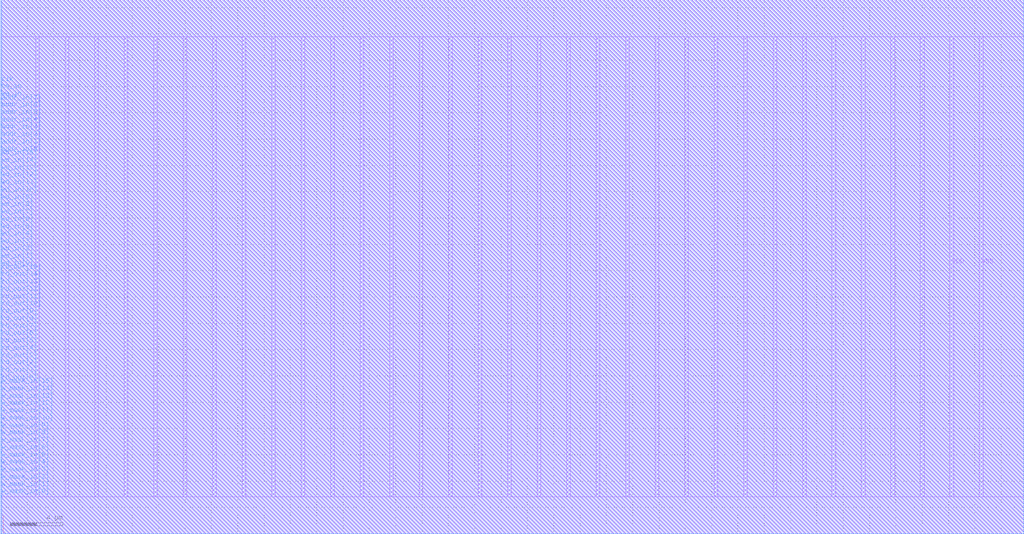
<source format=lef>
VERSION 5.7 ;
BUSBITCHARS "[]" ;
MACRO fakeram45_256x16_bottom
  FOREIGN fakeram45_256x16_bottom 0 0 ;
  SYMMETRY X Y R90 ;
  SIZE 0.19 BY 1.4 ;
  CLASS BLOCK ;
  PIN w_mask_in[0]
    DIRECTION INPUT ;
    USE SIGNAL ;
    SHAPE ABUTMENT ;
    PORT
      LAYER metal3 ;
      RECT 0.000 2.800 0.070 2.870 ;
    END
  END w_mask_in[0]
  PIN w_mask_in[1]
    DIRECTION INPUT ;
    USE SIGNAL ;
    SHAPE ABUTMENT ;
    PORT
      LAYER metal3 ;
      RECT 0.000 3.360 0.070 3.430 ;
    END
  END w_mask_in[1]
  PIN w_mask_in[2]
    DIRECTION INPUT ;
    USE SIGNAL ;
    SHAPE ABUTMENT ;
    PORT
      LAYER metal3 ;
      RECT 0.000 3.920 0.070 3.990 ;
    END
  END w_mask_in[2]
  PIN w_mask_in[3]
    DIRECTION INPUT ;
    USE SIGNAL ;
    SHAPE ABUTMENT ;
    PORT
      LAYER metal3 ;
      RECT 0.000 4.480 0.070 4.550 ;
    END
  END w_mask_in[3]
  PIN w_mask_in[4]
    DIRECTION INPUT ;
    USE SIGNAL ;
    SHAPE ABUTMENT ;
    PORT
      LAYER metal3 ;
      RECT 0.000 5.040 0.070 5.110 ;
    END
  END w_mask_in[4]
  PIN w_mask_in[5]
    DIRECTION INPUT ;
    USE SIGNAL ;
    SHAPE ABUTMENT ;
    PORT
      LAYER metal3 ;
      RECT 0.000 5.600 0.070 5.670 ;
    END
  END w_mask_in[5]
  PIN w_mask_in[6]
    DIRECTION INPUT ;
    USE SIGNAL ;
    SHAPE ABUTMENT ;
    PORT
      LAYER metal3 ;
      RECT 0.000 6.160 0.070 6.230 ;
    END
  END w_mask_in[6]
  PIN w_mask_in[7]
    DIRECTION INPUT ;
    USE SIGNAL ;
    SHAPE ABUTMENT ;
    PORT
      LAYER metal3 ;
      RECT 0.000 6.720 0.070 6.790 ;
    END
  END w_mask_in[7]
  PIN w_mask_in[8]
    DIRECTION INPUT ;
    USE SIGNAL ;
    SHAPE ABUTMENT ;
    PORT
      LAYER metal3 ;
      RECT 0.000 7.280 0.070 7.350 ;
    END
  END w_mask_in[8]
  PIN w_mask_in[9]
    DIRECTION INPUT ;
    USE SIGNAL ;
    SHAPE ABUTMENT ;
    PORT
      LAYER metal3 ;
      RECT 0.000 7.840 0.070 7.910 ;
    END
  END w_mask_in[9]
  PIN w_mask_in[10]
    DIRECTION INPUT ;
    USE SIGNAL ;
    SHAPE ABUTMENT ;
    PORT
      LAYER metal3 ;
      RECT 0.000 8.400 0.070 8.470 ;
    END
  END w_mask_in[10]
  PIN w_mask_in[11]
    DIRECTION INPUT ;
    USE SIGNAL ;
    SHAPE ABUTMENT ;
    PORT
      LAYER metal3 ;
      RECT 0.000 8.960 0.070 9.030 ;
    END
  END w_mask_in[11]
  PIN w_mask_in[12]
    DIRECTION INPUT ;
    USE SIGNAL ;
    SHAPE ABUTMENT ;
    PORT
      LAYER metal3 ;
      RECT 0.000 9.520 0.070 9.590 ;
    END
  END w_mask_in[12]
  PIN w_mask_in[13]
    DIRECTION INPUT ;
    USE SIGNAL ;
    SHAPE ABUTMENT ;
    PORT
      LAYER metal3 ;
      RECT 0.000 10.080 0.070 10.150 ;
    END
  END w_mask_in[13]
  PIN w_mask_in[14]
    DIRECTION INPUT ;
    USE SIGNAL ;
    SHAPE ABUTMENT ;
    PORT
      LAYER metal3 ;
      RECT 0.000 10.640 0.070 10.710 ;
    END
  END w_mask_in[14]
  PIN w_mask_in[15]
    DIRECTION INPUT ;
    USE SIGNAL ;
    SHAPE ABUTMENT ;
    PORT
      LAYER metal3 ;
      RECT 0.000 11.200 0.070 11.270 ;
    END
  END w_mask_in[15]
  PIN rd_out[0]
    DIRECTION OUTPUT ;
    USE SIGNAL ;
    SHAPE ABUTMENT ;
    PORT
      LAYER metal3 ;
      RECT 0.000 11.480 0.070 11.550 ;
    END
  END rd_out[0]
  PIN rd_out[1]
    DIRECTION OUTPUT ;
    USE SIGNAL ;
    SHAPE ABUTMENT ;
    PORT
      LAYER metal3 ;
      RECT 0.000 12.040 0.070 12.110 ;
    END
  END rd_out[1]
  PIN rd_out[2]
    DIRECTION OUTPUT ;
    USE SIGNAL ;
    SHAPE ABUTMENT ;
    PORT
      LAYER metal3 ;
      RECT 0.000 12.600 0.070 12.670 ;
    END
  END rd_out[2]
  PIN rd_out[3]
    DIRECTION OUTPUT ;
    USE SIGNAL ;
    SHAPE ABUTMENT ;
    PORT
      LAYER metal3 ;
      RECT 0.000 13.160 0.070 13.230 ;
    END
  END rd_out[3]
  PIN rd_out[4]
    DIRECTION OUTPUT ;
    USE SIGNAL ;
    SHAPE ABUTMENT ;
    PORT
      LAYER metal3 ;
      RECT 0.000 13.720 0.070 13.790 ;
    END
  END rd_out[4]
  PIN rd_out[5]
    DIRECTION OUTPUT ;
    USE SIGNAL ;
    SHAPE ABUTMENT ;
    PORT
      LAYER metal3 ;
      RECT 0.000 14.280 0.070 14.350 ;
    END
  END rd_out[5]
  PIN rd_out[6]
    DIRECTION OUTPUT ;
    USE SIGNAL ;
    SHAPE ABUTMENT ;
    PORT
      LAYER metal3 ;
      RECT 0.000 14.840 0.070 14.910 ;
    END
  END rd_out[6]
  PIN rd_out[7]
    DIRECTION OUTPUT ;
    USE SIGNAL ;
    SHAPE ABUTMENT ;
    PORT
      LAYER metal3 ;
      RECT 0.000 15.400 0.070 15.470 ;
    END
  END rd_out[7]
  PIN rd_out[8]
    DIRECTION OUTPUT ;
    USE SIGNAL ;
    SHAPE ABUTMENT ;
    PORT
      LAYER metal3 ;
      RECT 0.000 15.960 0.070 16.030 ;
    END
  END rd_out[8]
  PIN rd_out[9]
    DIRECTION OUTPUT ;
    USE SIGNAL ;
    SHAPE ABUTMENT ;
    PORT
      LAYER metal3 ;
      RECT 0.000 16.520 0.070 16.590 ;
    END
  END rd_out[9]
  PIN rd_out[10]
    DIRECTION OUTPUT ;
    USE SIGNAL ;
    SHAPE ABUTMENT ;
    PORT
      LAYER metal3 ;
      RECT 0.000 17.080 0.070 17.150 ;
    END
  END rd_out[10]
  PIN rd_out[11]
    DIRECTION OUTPUT ;
    USE SIGNAL ;
    SHAPE ABUTMENT ;
    PORT
      LAYER metal3 ;
      RECT 0.000 17.640 0.070 17.710 ;
    END
  END rd_out[11]
  PIN rd_out[12]
    DIRECTION OUTPUT ;
    USE SIGNAL ;
    SHAPE ABUTMENT ;
    PORT
      LAYER metal3 ;
      RECT 0.000 18.200 0.070 18.270 ;
    END
  END rd_out[12]
  PIN rd_out[13]
    DIRECTION OUTPUT ;
    USE SIGNAL ;
    SHAPE ABUTMENT ;
    PORT
      LAYER metal3 ;
      RECT 0.000 18.760 0.070 18.830 ;
    END
  END rd_out[13]
  PIN rd_out[14]
    DIRECTION OUTPUT ;
    USE SIGNAL ;
    SHAPE ABUTMENT ;
    PORT
      LAYER metal3 ;
      RECT 0.000 19.320 0.070 19.390 ;
    END
  END rd_out[14]
  PIN rd_out[15]
    DIRECTION OUTPUT ;
    USE SIGNAL ;
    SHAPE ABUTMENT ;
    PORT
      LAYER metal3 ;
      RECT 0.000 19.880 0.070 19.950 ;
    END
  END rd_out[15]
  PIN wd_in[0]
    DIRECTION INPUT ;
    USE SIGNAL ;
    SHAPE ABUTMENT ;
    PORT
      LAYER metal3 ;
      RECT 0.000 20.160 0.070 20.230 ;
    END
  END wd_in[0]
  PIN wd_in[1]
    DIRECTION INPUT ;
    USE SIGNAL ;
    SHAPE ABUTMENT ;
    PORT
      LAYER metal3 ;
      RECT 0.000 20.720 0.070 20.790 ;
    END
  END wd_in[1]
  PIN wd_in[2]
    DIRECTION INPUT ;
    USE SIGNAL ;
    SHAPE ABUTMENT ;
    PORT
      LAYER metal3 ;
      RECT 0.000 21.280 0.070 21.350 ;
    END
  END wd_in[2]
  PIN wd_in[3]
    DIRECTION INPUT ;
    USE SIGNAL ;
    SHAPE ABUTMENT ;
    PORT
      LAYER metal3 ;
      RECT 0.000 21.840 0.070 21.910 ;
    END
  END wd_in[3]
  PIN wd_in[4]
    DIRECTION INPUT ;
    USE SIGNAL ;
    SHAPE ABUTMENT ;
    PORT
      LAYER metal3 ;
      RECT 0.000 22.400 0.070 22.470 ;
    END
  END wd_in[4]
  PIN wd_in[5]
    DIRECTION INPUT ;
    USE SIGNAL ;
    SHAPE ABUTMENT ;
    PORT
      LAYER metal3 ;
      RECT 0.000 22.960 0.070 23.030 ;
    END
  END wd_in[5]
  PIN wd_in[6]
    DIRECTION INPUT ;
    USE SIGNAL ;
    SHAPE ABUTMENT ;
    PORT
      LAYER metal3 ;
      RECT 0.000 23.520 0.070 23.590 ;
    END
  END wd_in[6]
  PIN wd_in[7]
    DIRECTION INPUT ;
    USE SIGNAL ;
    SHAPE ABUTMENT ;
    PORT
      LAYER metal3 ;
      RECT 0.000 24.080 0.070 24.150 ;
    END
  END wd_in[7]
  PIN wd_in[8]
    DIRECTION INPUT ;
    USE SIGNAL ;
    SHAPE ABUTMENT ;
    PORT
      LAYER metal3 ;
      RECT 0.000 24.640 0.070 24.710 ;
    END
  END wd_in[8]
  PIN wd_in[9]
    DIRECTION INPUT ;
    USE SIGNAL ;
    SHAPE ABUTMENT ;
    PORT
      LAYER metal3 ;
      RECT 0.000 25.200 0.070 25.270 ;
    END
  END wd_in[9]
  PIN wd_in[10]
    DIRECTION INPUT ;
    USE SIGNAL ;
    SHAPE ABUTMENT ;
    PORT
      LAYER metal3 ;
      RECT 0.000 25.760 0.070 25.830 ;
    END
  END wd_in[10]
  PIN wd_in[11]
    DIRECTION INPUT ;
    USE SIGNAL ;
    SHAPE ABUTMENT ;
    PORT
      LAYER metal3 ;
      RECT 0.000 26.320 0.070 26.390 ;
    END
  END wd_in[11]
  PIN wd_in[12]
    DIRECTION INPUT ;
    USE SIGNAL ;
    SHAPE ABUTMENT ;
    PORT
      LAYER metal3 ;
      RECT 0.000 26.880 0.070 26.950 ;
    END
  END wd_in[12]
  PIN wd_in[13]
    DIRECTION INPUT ;
    USE SIGNAL ;
    SHAPE ABUTMENT ;
    PORT
      LAYER metal3 ;
      RECT 0.000 27.440 0.070 27.510 ;
    END
  END wd_in[13]
  PIN wd_in[14]
    DIRECTION INPUT ;
    USE SIGNAL ;
    SHAPE ABUTMENT ;
    PORT
      LAYER metal3 ;
      RECT 0.000 28.000 0.070 28.070 ;
    END
  END wd_in[14]
  PIN wd_in[15]
    DIRECTION INPUT ;
    USE SIGNAL ;
    SHAPE ABUTMENT ;
    PORT
      LAYER metal3 ;
      RECT 0.000 28.560 0.070 28.630 ;
    END
  END wd_in[15]
  PIN addr_in[0]
    DIRECTION INPUT ;
    USE SIGNAL ;
    SHAPE ABUTMENT ;
    PORT
      LAYER metal3 ;
      RECT 0.000 28.840 0.070 28.910 ;
    END
  END addr_in[0]
  PIN addr_in[1]
    DIRECTION INPUT ;
    USE SIGNAL ;
    SHAPE ABUTMENT ;
    PORT
      LAYER metal3 ;
      RECT 0.000 29.400 0.070 29.470 ;
    END
  END addr_in[1]
  PIN addr_in[2]
    DIRECTION INPUT ;
    USE SIGNAL ;
    SHAPE ABUTMENT ;
    PORT
      LAYER metal3 ;
      RECT 0.000 29.960 0.070 30.030 ;
    END
  END addr_in[2]
  PIN addr_in[3]
    DIRECTION INPUT ;
    USE SIGNAL ;
    SHAPE ABUTMENT ;
    PORT
      LAYER metal3 ;
      RECT 0.000 30.520 0.070 30.590 ;
    END
  END addr_in[3]
  PIN addr_in[4]
    DIRECTION INPUT ;
    USE SIGNAL ;
    SHAPE ABUTMENT ;
    PORT
      LAYER metal3 ;
      RECT 0.000 31.080 0.070 31.150 ;
    END
  END addr_in[4]
  PIN addr_in[5]
    DIRECTION INPUT ;
    USE SIGNAL ;
    SHAPE ABUTMENT ;
    PORT
      LAYER metal3 ;
      RECT 0.000 31.640 0.070 31.710 ;
    END
  END addr_in[5]
  PIN addr_in[6]
    DIRECTION INPUT ;
    USE SIGNAL ;
    SHAPE ABUTMENT ;
    PORT
      LAYER metal3 ;
      RECT 0.000 32.200 0.070 32.270 ;
    END
  END addr_in[6]
  PIN addr_in[7]
    DIRECTION INPUT ;
    USE SIGNAL ;
    SHAPE ABUTMENT ;
    PORT
      LAYER metal3 ;
      RECT 0.000 32.760 0.070 32.830 ;
    END
  END addr_in[7]
  PIN we_in
    DIRECTION INPUT ;
    USE SIGNAL ;
    SHAPE ABUTMENT ;
    PORT
      LAYER metal3 ;
      RECT 0.000 33.040 0.070 33.110 ;
    END
  END we_in
  PIN ce_in
    DIRECTION INPUT ;
    USE SIGNAL ;
    SHAPE ABUTMENT ;
    PORT
      LAYER metal3 ;
      RECT 0.000 33.600 0.070 33.670 ;
    END
  END ce_in
  PIN clk
    DIRECTION INPUT ;
    USE SIGNAL ;
    SHAPE ABUTMENT ;
    PORT
      LAYER metal3 ;
      RECT 0.000 34.160 0.070 34.230 ;
    END
  END clk
  PIN VSS
    DIRECTION INOUT ;
    USE GROUND ;
    PORT
      LAYER metal17 ;
      RECT 2.660 2.800 2.940 37.800 ;
      RECT 7.140 2.800 7.420 37.800 ;
      RECT 11.620 2.800 11.900 37.800 ;
      RECT 16.100 2.800 16.380 37.800 ;
      RECT 20.580 2.800 20.860 37.800 ;
      RECT 25.060 2.800 25.340 37.800 ;
      RECT 29.540 2.800 29.820 37.800 ;
      RECT 34.020 2.800 34.300 37.800 ;
      RECT 38.500 2.800 38.780 37.800 ;
      RECT 42.980 2.800 43.260 37.800 ;
      RECT 47.460 2.800 47.740 37.800 ;
      RECT 51.940 2.800 52.220 37.800 ;
      RECT 56.420 2.800 56.700 37.800 ;
      RECT 60.900 2.800 61.180 37.800 ;
      RECT 65.380 2.800 65.660 37.800 ;
      RECT 69.860 2.800 70.140 37.800 ;
      RECT 74.340 2.800 74.620 37.800 ;
    END
  END VSS
  PIN VDD
    DIRECTION INOUT ;
    USE POWER ;
    PORT
      LAYER metal17 ;
      RECT 4.900 2.800 5.180 37.800 ;
      RECT 9.380 2.800 9.660 37.800 ;
      RECT 13.860 2.800 14.140 37.800 ;
      RECT 18.340 2.800 18.620 37.800 ;
      RECT 22.820 2.800 23.100 37.800 ;
      RECT 27.300 2.800 27.580 37.800 ;
      RECT 31.780 2.800 32.060 37.800 ;
      RECT 36.260 2.800 36.540 37.800 ;
      RECT 40.740 2.800 41.020 37.800 ;
      RECT 45.220 2.800 45.500 37.800 ;
      RECT 49.700 2.800 49.980 37.800 ;
      RECT 54.180 2.800 54.460 37.800 ;
      RECT 58.660 2.800 58.940 37.800 ;
      RECT 63.140 2.800 63.420 37.800 ;
      RECT 67.620 2.800 67.900 37.800 ;
      RECT 72.100 2.800 72.380 37.800 ;
    END
  END VDD
  OBS
    LAYER metal20 ;
    RECT 0 0 77.710 40.600 ;
    LAYER metal19 ;
    RECT 0 0 77.710 40.600 ;
    LAYER metal3 ;
    RECT 0.070 0 77.710 40.600 ;
    RECT 0 0.000 0.070 2.800 ;
    RECT 0 2.870 0.070 3.360 ;
    RECT 0 3.430 0.070 3.920 ;
    RECT 0 3.990 0.070 4.480 ;
    RECT 0 4.550 0.070 5.040 ;
    RECT 0 5.110 0.070 5.600 ;
    RECT 0 5.670 0.070 6.160 ;
    RECT 0 6.230 0.070 6.720 ;
    RECT 0 6.790 0.070 7.280 ;
    RECT 0 7.350 0.070 7.840 ;
    RECT 0 7.910 0.070 8.400 ;
    RECT 0 8.470 0.070 8.960 ;
    RECT 0 9.030 0.070 9.520 ;
    RECT 0 9.590 0.070 10.080 ;
    RECT 0 10.150 0.070 10.640 ;
    RECT 0 10.710 0.070 11.200 ;
    RECT 0 11.270 0.070 11.480 ;
    RECT 0 11.550 0.070 12.040 ;
    RECT 0 12.110 0.070 12.600 ;
    RECT 0 12.670 0.070 13.160 ;
    RECT 0 13.230 0.070 13.720 ;
    RECT 0 13.790 0.070 14.280 ;
    RECT 0 14.350 0.070 14.840 ;
    RECT 0 14.910 0.070 15.400 ;
    RECT 0 15.470 0.070 15.960 ;
    RECT 0 16.030 0.070 16.520 ;
    RECT 0 16.590 0.070 17.080 ;
    RECT 0 17.150 0.070 17.640 ;
    RECT 0 17.710 0.070 18.200 ;
    RECT 0 18.270 0.070 18.760 ;
    RECT 0 18.830 0.070 19.320 ;
    RECT 0 19.390 0.070 19.880 ;
    RECT 0 19.950 0.070 20.160 ;
    RECT 0 20.230 0.070 20.720 ;
    RECT 0 20.790 0.070 21.280 ;
    RECT 0 21.350 0.070 21.840 ;
    RECT 0 21.910 0.070 22.400 ;
    RECT 0 22.470 0.070 22.960 ;
    RECT 0 23.030 0.070 23.520 ;
    RECT 0 23.590 0.070 24.080 ;
    RECT 0 24.150 0.070 24.640 ;
    RECT 0 24.710 0.070 25.200 ;
    RECT 0 25.270 0.070 25.760 ;
    RECT 0 25.830 0.070 26.320 ;
    RECT 0 26.390 0.070 26.880 ;
    RECT 0 26.950 0.070 27.440 ;
    RECT 0 27.510 0.070 28.000 ;
    RECT 0 28.070 0.070 28.560 ;
    RECT 0 28.630 0.070 28.840 ;
    RECT 0 28.910 0.070 29.400 ;
    RECT 0 29.470 0.070 29.960 ;
    RECT 0 30.030 0.070 30.520 ;
    RECT 0 30.590 0.070 31.080 ;
    RECT 0 31.150 0.070 31.640 ;
    RECT 0 31.710 0.070 32.200 ;
    RECT 0 32.270 0.070 32.760 ;
    RECT 0 32.830 0.070 33.040 ;
    RECT 0 33.110 0.070 33.600 ;
    RECT 0 33.670 0.070 34.160 ;
    RECT 0 34.230 0.070 40.600 ;
    LAYER metal17 ;
    RECT 0 0 77.710 2.800 ;
    RECT 0 37.800 77.710 40.600 ;
    RECT 0.000 2.800 2.660 37.800 ;
    RECT 2.940 2.800 4.900 37.800 ;
    RECT 5.180 2.800 7.140 37.800 ;
    RECT 7.420 2.800 9.380 37.800 ;
    RECT 9.660 2.800 11.620 37.800 ;
    RECT 11.900 2.800 13.860 37.800 ;
    RECT 14.140 2.800 16.100 37.800 ;
    RECT 16.380 2.800 18.340 37.800 ;
    RECT 18.620 2.800 20.580 37.800 ;
    RECT 20.860 2.800 22.820 37.800 ;
    RECT 23.100 2.800 25.060 37.800 ;
    RECT 25.340 2.800 27.300 37.800 ;
    RECT 27.580 2.800 29.540 37.800 ;
    RECT 29.820 2.800 31.780 37.800 ;
    RECT 32.060 2.800 34.020 37.800 ;
    RECT 34.300 2.800 36.260 37.800 ;
    RECT 36.540 2.800 38.500 37.800 ;
    RECT 38.780 2.800 40.740 37.800 ;
    RECT 41.020 2.800 42.980 37.800 ;
    RECT 43.260 2.800 45.220 37.800 ;
    RECT 45.500 2.800 47.460 37.800 ;
    RECT 47.740 2.800 49.700 37.800 ;
    RECT 49.980 2.800 51.940 37.800 ;
    RECT 52.220 2.800 54.180 37.800 ;
    RECT 54.460 2.800 56.420 37.800 ;
    RECT 56.700 2.800 58.660 37.800 ;
    RECT 58.940 2.800 60.900 37.800 ;
    RECT 61.180 2.800 63.140 37.800 ;
    RECT 63.420 2.800 65.380 37.800 ;
    RECT 65.660 2.800 67.620 37.800 ;
    RECT 67.900 2.800 69.860 37.800 ;
    RECT 70.140 2.800 72.100 37.800 ;
    RECT 72.380 2.800 74.340 37.800 ;
    RECT 74.620 2.800 77.710 37.800 ;
  END
END fakeram45_256x16_bottom

END LIBRARY

</source>
